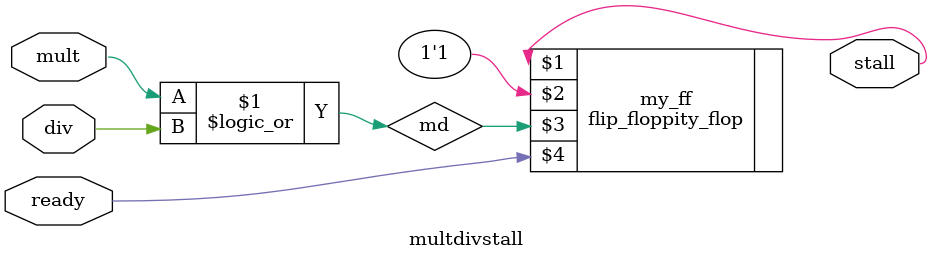
<source format=v>
module multdivstall(stall, mult, div, ready);

	input mult, div, ready;
	output stall;
	wire md;
	assign md = mult || div;
	
	flip_floppity_flop my_ff(stall, 1'b1, md, ready);

endmodule

</source>
